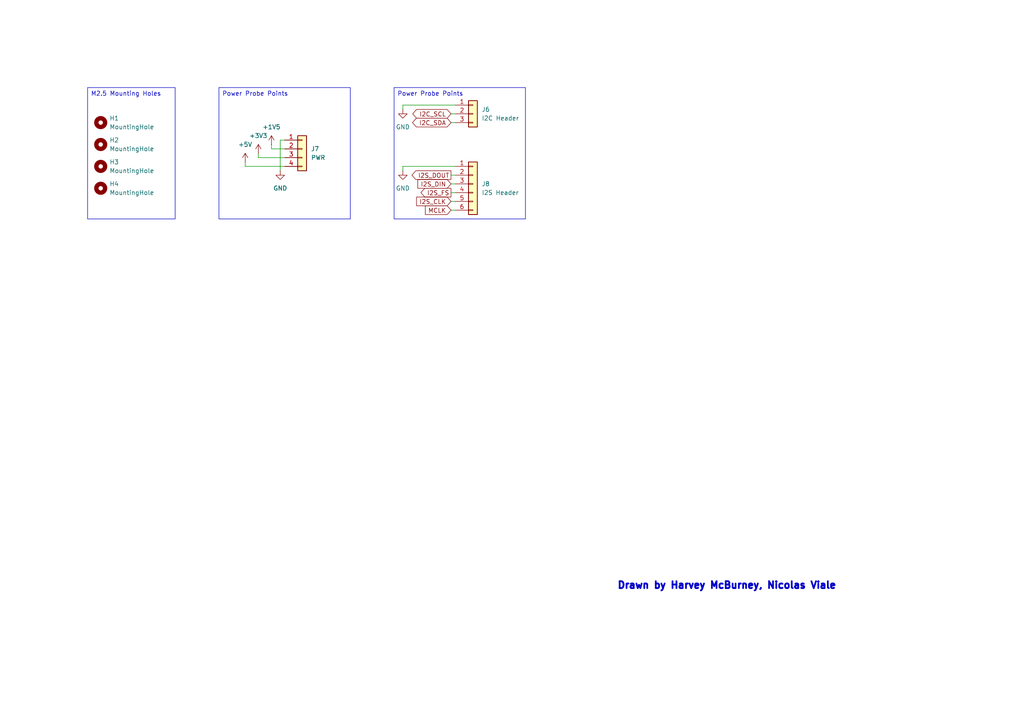
<source format=kicad_sch>
(kicad_sch (version 20250114) (generator "eeschema") (generator_version "9.0")
  (paper "A4")
  (lib_symbols
    (symbol "Connector_Generic:Conn_01x03" (pin_names (offset 1.016) (hide yes))
      (property "Reference" "J" (at 0 5.08 0))
      (property "Value" "Conn_01x03" (at 0 -5.08 0))
      (symbol "Conn_01x03_1_1"
        (rectangle (start -1.27 3.81) (end 1.27 -3.81) (stroke (width 0.254)) (fill (type background)))
        (rectangle (start -1.27 2.667) (end 0 2.413) (stroke (width 0.1524)))
        (rectangle (start -1.27 0.127) (end 0 -0.127) (stroke (width 0.1524)))
        (rectangle (start -1.27 -2.413) (end 0 -2.667) (stroke (width 0.1524)))
        (pin passive line (at -5.08 2.54 0) (length 3.81) (name "Pin_1") (number "1"))
        (pin passive line (at -5.08 0 0) (length 3.81) (name "Pin_2") (number "2"))
        (pin passive line (at -5.08 -2.54 0) (length 3.81) (name "Pin_3") (number "3"))
      )
    )
    (symbol "Connector_Generic:Conn_01x04" (pin_names (offset 1.016) (hide yes))
      (property "Reference" "J" (at 0 5.08 0))
      (property "Value" "Conn_01x04" (at 0 -7.62 0))
      (symbol "Conn_01x04_1_1"
        (rectangle (start -1.27 3.81) (end 1.27 -6.35) (stroke (width 0.254)) (fill (type background)))
        (rectangle (start -1.27 2.667) (end 0 2.413) (stroke (width 0.1524)))
        (rectangle (start -1.27 0.127) (end 0 -0.127) (stroke (width 0.1524)))
        (rectangle (start -1.27 -2.413) (end 0 -2.667) (stroke (width 0.1524)))
        (rectangle (start -1.27 -4.953) (end 0 -5.207) (stroke (width 0.1524)))
        (pin passive line (at -5.08 2.54 0) (length 3.81) (name "Pin_1") (number "1"))
        (pin passive line (at -5.08 0 0) (length 3.81) (name "Pin_2") (number "2"))
        (pin passive line (at -5.08 -2.54 0) (length 3.81) (name "Pin_3") (number "3"))
        (pin passive line (at -5.08 -5.08 0) (length 3.81) (name "Pin_4") (number "4"))
      )
    )
    (symbol "Connector_Generic:Conn_01x06" (pin_names (offset 1.016) (hide yes))
      (property "Reference" "J" (at 0 7.62 0))
      (property "Value" "Conn_01x06" (at 0 -10.16 0))
      (symbol "Conn_01x06_1_1"
        (rectangle (start -1.27 6.35) (end 1.27 -8.89) (stroke (width 0.254)) (fill (type background)))
        (rectangle (start -1.27 5.207) (end 0 4.953) (stroke (width 0.1524)))
        (rectangle (start -1.27 2.667) (end 0 2.413) (stroke (width 0.1524)))
        (rectangle (start -1.27 0.127) (end 0 -0.127) (stroke (width 0.1524)))
        (rectangle (start -1.27 -2.413) (end 0 -2.667) (stroke (width 0.1524)))
        (rectangle (start -1.27 -4.953) (end 0 -5.207) (stroke (width 0.1524)))
        (rectangle (start -1.27 -7.493) (end 0 -7.747) (stroke (width 0.1524)))
        (pin passive line (at -5.08 5.08 0) (length 3.81) (name "Pin_1") (number "1"))
        (pin passive line (at -5.08 2.54 0) (length 3.81) (name "Pin_2") (number "2"))
        (pin passive line (at -5.08 0 0) (length 3.81) (name "Pin_3") (number "3"))
        (pin passive line (at -5.08 -2.54 0) (length 3.81) (name "Pin_4") (number "4"))
        (pin passive line (at -5.08 -5.08 0) (length 3.81) (name "Pin_5") (number "5"))
        (pin passive line (at -5.08 -7.62 0) (length 3.81) (name "Pin_6") (number "6"))
      )
    )
    (symbol "Mechanical:MountingHole" (pin_names (offset 1.016)) (exclude_from_sim yes) (in_bom no)
      (property "Reference" "H" (at 0 5.08 0))
      (property "Value" "MountingHole" (at 0 3.175 0))
      (symbol "MountingHole_0_1"
        (circle (center 0 0) (radius 1.27) (stroke (width 1.27)))
      )
    )
    (symbol "power:+1V5" (power) (pin_numbers (hide yes)) (pin_names (offset 0) (hide yes))
      (property "Value" "+1V5" (at 0 3.556 0))
      (symbol "+1V5_0_1"
        (polyline (pts (xy -0.762 1.27) (xy 0 2.54)))
        (polyline (pts (xy 0 2.54) (xy 0.762 1.27)))
        (polyline (pts (xy 0 0) (xy 0 2.54)))
      )
      (symbol "+1V5_1_1"
        (pin power_in line (at 0 0 90) (length 0) (name "~") (number "1"))
      )
    )
    (symbol "power:+3V3" (power) (pin_numbers (hide yes)) (pin_names (offset 0) (hide yes))
      (property "Value" "+3V3" (at 0 3.556 0))
      (symbol "+3V3_0_1"
        (polyline (pts (xy -0.762 1.27) (xy 0 2.54)))
        (polyline (pts (xy 0 2.54) (xy 0.762 1.27)))
        (polyline (pts (xy 0 0) (xy 0 2.54)))
      )
      (symbol "+3V3_1_1"
        (pin power_in line (at 0 0 90) (length 0) (name "~") (number "1"))
      )
    )
    (symbol "power:+5V" (power) (pin_numbers (hide yes)) (pin_names (offset 0) (hide yes))
      (property "Value" "+5V" (at 0 3.556 0))
      (symbol "+5V_0_1"
        (polyline (pts (xy -0.762 1.27) (xy 0 2.54)))
        (polyline (pts (xy 0 2.54) (xy 0.762 1.27)))
        (polyline (pts (xy 0 0) (xy 0 2.54)))
      )
      (symbol "+5V_1_1"
        (pin power_in line (at 0 0 90) (length 0) (name "~") (number "1"))
      )
    )
    (symbol "power:GND" (power) (pin_numbers (hide yes)) (pin_names (offset 0) (hide yes))
      (property "Value" "GND" (at 0 -3.81 0))
      (symbol "GND_0_1"
        (polyline (pts (xy 0 0) (xy 0 -1.27) (xy 1.27 -1.27) (xy 0 -2.54) (xy -1.27 -1.27) (xy 0 -1.27)))
      )
      (symbol "GND_1_1"
        (pin power_in line (at 0 0 270) (length 0) (name "~") (number "1"))
      )
    )
  )
  (text "Drawn by Harvey McBurney, Nicolas Viale" (at 210.82 169.926 0) (effects (font (size 2 2) (thickness 0.6) (bold yes))))
  (text_box "M2.5 Mounting Holes" (at 25.4 25.4 0) (size 25.4 38.1) (margins 0.9525 0.9525 0.9525 0.9525) (effects (font (size 1.27 1.27)) (justify left top)))
  (text_box "Power Probe Points" (at 114.3 25.4 0) (size 38.1 38.1) (margins 0.9525 0.9525 0.9525 0.9525) (effects (font (size 1.27 1.27)) (justify left top)))
  (text_box "Power Probe Points" (at 63.5 25.4 0) (size 38.1 38.1) (margins 0.9525 0.9525 0.9525 0.9525) (effects (font (size 1.27 1.27)) (justify left top)))
  (wire (pts (xy 116.84 31.75) (xy 116.84 30.48)))
  (wire (pts (xy 116.84 30.48) (xy 132.08 30.48)))
  (wire (pts (xy 74.93 45.72) (xy 74.93 44.45)))
  (wire (pts (xy 130.81 60.96) (xy 132.08 60.96)))
  (wire (pts (xy 130.81 58.42) (xy 132.08 58.42)))
  (wire (pts (xy 132.08 48.26) (xy 116.84 48.26)))
  (wire (pts (xy 130.81 35.56) (xy 132.08 35.56)))
  (wire (pts (xy 130.81 50.8) (xy 132.08 50.8)))
  (wire (pts (xy 130.81 33.02) (xy 132.08 33.02)))
  (wire (pts (xy 130.81 53.34) (xy 132.08 53.34)))
  (wire (pts (xy 81.28 40.64) (xy 81.28 49.53)))
  (wire (pts (xy 81.28 40.64) (xy 82.55 40.64)))
  (wire (pts (xy 71.12 46.99) (xy 71.12 48.26)))
  (wire (pts (xy 130.81 55.88) (xy 132.08 55.88)))
  (wire (pts (xy 116.84 48.26) (xy 116.84 49.53)))
  (wire (pts (xy 71.12 48.26) (xy 82.55 48.26)))
  (wire (pts (xy 82.55 45.72) (xy 74.93 45.72)))
  (wire (pts (xy 78.74 43.18) (xy 82.55 43.18)))
  (wire (pts (xy 78.74 41.91) (xy 78.74 43.18)))
  (global_label "I2S_FS" (shape output) (at 130.81 55.88 180) (property "Intersheetrefs" "${INTERSHEET_REFS}" (effects (hide yes))))
  (global_label "I2C_SDA" (shape bidirectional) (at 130.81 35.56 180) (property "Intersheetrefs" "${INTERSHEET_REFS}" (effects (hide yes))))
  (global_label "I2S_CLK" (shape input) (at 130.81 58.42 180) (property "Intersheetrefs" "${INTERSHEET_REFS}" (effects (hide yes))))
  (global_label "MCLK" (shape input) (at 130.81 60.96 180) (property "Intersheetrefs" "${INTERSHEET_REFS}" (effects (hide yes))))
  (global_label "I2C_SCL" (shape bidirectional) (at 130.81 33.02 180) (property "Intersheetrefs" "${INTERSHEET_REFS}" (effects (hide yes))))
  (global_label "I2S_DIN" (shape input) (at 130.81 53.34 180) (property "Intersheetrefs" "${INTERSHEET_REFS}" (effects (hide yes))))
  (global_label "I2S_DOUT" (shape output) (at 130.81 50.8 180) (property "Intersheetrefs" "${INTERSHEET_REFS}" (effects (hide yes))))
  (symbol (lib_id "power:GND") (at 116.84 31.75 0) (unit 1)
    (property "Reference" "#PWR086" (effects (hide yes)))
    (property "Value" "GND" (at 116.84 36.83 0))
    (property "Description" "Power symbol creates a global label with name \"GND\" , ground" (effects (hide yes)))
  )
  (symbol (lib_id "power:GND") (at 116.84 49.53 0) (unit 1)
    (property "Reference" "#PWR091" (effects (hide yes)))
    (property "Value" "GND" (at 116.84 54.61 0))
    (property "Description" "Power symbol creates a global label with name \"GND\" , ground" (effects (hide yes)))
  )
  (symbol (lib_id "Mechanical:MountingHole") (at 29.21 41.91 0) (unit 1) (exclude_from_sim yes) (in_bom no)
    (property "Reference" "H2" (at 31.75 40.6399 0) (effects (justify left)))
    (property "Value" "MountingHole" (at 31.75 43.1799 0) (effects (justify left)))
    (property "Footprint" "MountingHole:MountingHole_2.7mm_M2.5" (effects (hide yes)))
    (property "Description" "Mounting Hole without connection" (effects (hide yes)))
  )
  (symbol (lib_id "power:GND") (at 81.28 49.53 0) (unit 1)
    (property "Reference" "#PWR090" (effects (hide yes)))
    (property "Value" "GND" (at 81.28 54.61 0))
    (property "Description" "Power symbol creates a global label with name \"GND\" , ground" (effects (hide yes)))
  )
  (symbol (lib_id "Connector_Generic:Conn_01x03") (at 137.16 33.02 0) (unit 1)
    (property "Reference" "J6" (at 139.7 31.7499 0) (effects (justify left)))
    (property "Value" "I2C Header" (at 139.7 34.2899 0) (effects (justify left)))
    (property "Footprint" "Connector_PinHeader_2.54mm:PinHeader_1x03_P2.54mm_Vertical" (effects (hide yes)))
    (property "Description" "Generic connector, single row, 01x03, script generated (kicad-library-utils/schlib/autogen/connector/)" (effects (hide yes)))
  )
  (symbol (lib_id "Mechanical:MountingHole") (at 29.21 35.56 0) (unit 1) (exclude_from_sim yes) (in_bom no)
    (property "Reference" "H1" (at 31.75 34.2899 0) (effects (justify left)))
    (property "Value" "MountingHole" (at 31.75 36.8299 0) (effects (justify left)))
    (property "Footprint" "MountingHole:MountingHole_2.7mm_M2.5" (effects (hide yes)))
    (property "Description" "Mounting Hole without connection" (effects (hide yes)))
  )
  (symbol (lib_id "power:+1V5") (at 78.74 41.91 0) (unit 1)
    (property "Reference" "#PWR087" (effects (hide yes)))
    (property "Value" "+1V5" (at 78.74 36.83 0))
    (property "Description" "Power symbol creates a global label with name \"+1V5\"" (effects (hide yes)))
  )
  (symbol (lib_id "power:+5V") (at 71.12 46.99 0) (unit 1)
    (property "Reference" "#PWR089" (effects (hide yes)))
    (property "Value" "+5V" (at 71.12 41.91 0))
    (property "Description" "Power symbol creates a global label with name \"+5V\"" (effects (hide yes)))
  )
  (symbol (lib_id "Mechanical:MountingHole") (at 29.21 54.61 0) (unit 1) (exclude_from_sim yes) (in_bom no)
    (property "Reference" "H4" (at 31.75 53.3399 0) (effects (justify left)))
    (property "Value" "MountingHole" (at 31.75 55.8799 0) (effects (justify left)))
    (property "Footprint" "MountingHole:MountingHole_2.7mm_M2.5" (effects (hide yes)))
    (property "Description" "Mounting Hole without connection" (effects (hide yes)))
  )
  (symbol (lib_id "Connector_Generic:Conn_01x06") (at 137.16 53.34 0) (unit 1)
    (property "Reference" "J8" (at 139.7 53.3399 0) (effects (justify left)))
    (property "Value" "I2S Header" (at 139.7 55.8799 0) (effects (justify left)))
    (property "Footprint" "Connector_PinHeader_2.54mm:PinHeader_1x06_P2.54mm_Vertical" (effects (hide yes)))
    (property "Description" "Generic connector, single row, 01x06, script generated (kicad-library-utils/schlib/autogen/connector/)" (effects (hide yes)))
  )
  (symbol (lib_id "Mechanical:MountingHole") (at 29.21 48.26 0) (unit 1) (exclude_from_sim yes) (in_bom no)
    (property "Reference" "H3" (at 31.75 46.9899 0) (effects (justify left)))
    (property "Value" "MountingHole" (at 31.75 49.5299 0) (effects (justify left)))
    (property "Footprint" "MountingHole:MountingHole_2.7mm_M2.5" (effects (hide yes)))
    (property "Description" "Mounting Hole without connection" (effects (hide yes)))
  )
  (symbol (lib_id "power:+3V3") (at 74.93 44.45 0) (unit 1)
    (property "Reference" "#PWR088" (effects (hide yes)))
    (property "Value" "+3V3" (at 74.93 39.37 0))
    (property "Description" "Power symbol creates a global label with name \"+3V3\"" (effects (hide yes)))
  )
  (symbol (lib_id "Connector_Generic:Conn_01x04") (at 87.63 43.18 0) (unit 1)
    (property "Reference" "J7" (at 90.17 43.1799 0) (effects (justify left)))
    (property "Value" "PWR" (at 90.17 45.7199 0) (effects (justify left)))
    (property "Footprint" "Connector_PinHeader_2.54mm:PinHeader_1x04_P2.54mm_Vertical" (effects (hide yes)))
    (property "Description" "Generic connector, single row, 01x04, script generated (kicad-library-utils/schlib/autogen/connector/)" (effects (hide yes)))
  )
)
</source>
